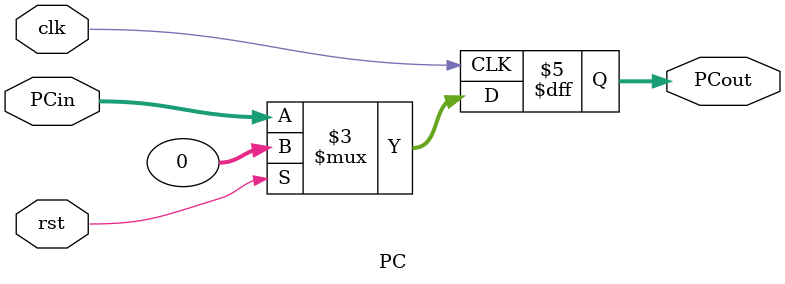
<source format=v>

module PC ( clk, 
			rst,
			PCin, 
			PCout);
	
	parameter bit_size = 32;
	
	input  clk, rst;
	input      [bit_size-1:0] PCin;
	output reg [bit_size-1:0] PCout;
	
	
	always @(posedge clk ) begin
		if(rst) begin
			PCout <= 32'd0;
		end			
		else begin
			PCout <= PCin  ;// PCout => the previous instruction address + 4 
		end
	end
endmodule


</source>
